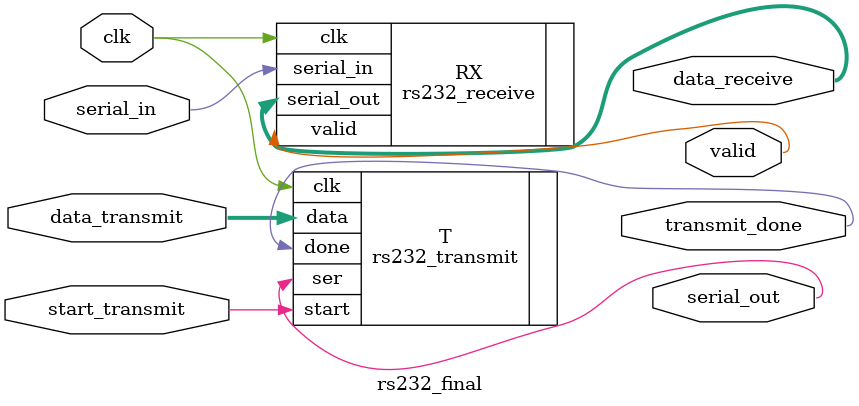
<source format=v>
`timescale 1ns / 1ps
module rs232_final(
			input clk,
			input [7:0]data_transmit,
			input start_transmit,
			input serial_in,
			output serial_out,	
			output [7:0]data_receive,
			output valid,
			output transmit_done
    );
	 
rs232_transmit T(
		.clk(clk),
		.data(data_transmit),
		.start(start_transmit),
		.ser(serial_out),
	   .done(transmit_done)
); 

rs232_receive RX(
	.clk(clk),
	.serial_in(serial_in),
	.serial_out(data_receive),
	.valid(valid)
);


endmodule

</source>
